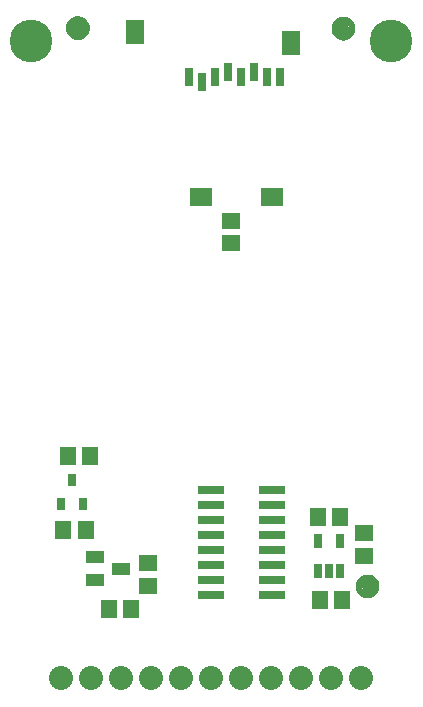
<source format=gbr>
G04 EAGLE Gerber RS-274X export*
G75*
%MOMM*%
%FSLAX34Y34*%
%LPD*%
%INSoldermask Top*%
%IPPOS*%
%AMOC8*
5,1,8,0,0,1.08239X$1,22.5*%
G01*
%ADD10C,1.101600*%
%ADD11C,0.500000*%
%ADD12C,3.617600*%
%ADD13R,1.341600X1.601600*%
%ADD14R,0.651600X1.301600*%
%ADD15R,2.301600X0.701600*%
%ADD16R,1.501600X2.001600*%
%ADD17R,1.901600X1.501600*%
%ADD18R,0.801600X1.601600*%
%ADD19R,1.601600X1.341600*%
%ADD20R,0.736600X1.117600*%
%ADD21C,2.032000*%
%ADD22R,1.501600X1.101600*%


D10*
X310020Y103070D03*
D11*
X310020Y110570D02*
X309839Y110568D01*
X309658Y110561D01*
X309477Y110550D01*
X309296Y110535D01*
X309116Y110515D01*
X308936Y110491D01*
X308757Y110463D01*
X308579Y110430D01*
X308402Y110393D01*
X308225Y110352D01*
X308050Y110307D01*
X307875Y110257D01*
X307702Y110203D01*
X307531Y110145D01*
X307360Y110083D01*
X307192Y110016D01*
X307025Y109946D01*
X306859Y109872D01*
X306696Y109793D01*
X306535Y109711D01*
X306375Y109625D01*
X306218Y109535D01*
X306063Y109441D01*
X305910Y109344D01*
X305760Y109242D01*
X305612Y109138D01*
X305466Y109029D01*
X305324Y108918D01*
X305184Y108802D01*
X305047Y108684D01*
X304912Y108562D01*
X304781Y108437D01*
X304653Y108309D01*
X304528Y108178D01*
X304406Y108043D01*
X304288Y107906D01*
X304172Y107766D01*
X304061Y107624D01*
X303952Y107478D01*
X303848Y107330D01*
X303746Y107180D01*
X303649Y107027D01*
X303555Y106872D01*
X303465Y106715D01*
X303379Y106555D01*
X303297Y106394D01*
X303218Y106231D01*
X303144Y106065D01*
X303074Y105898D01*
X303007Y105730D01*
X302945Y105559D01*
X302887Y105388D01*
X302833Y105215D01*
X302783Y105040D01*
X302738Y104865D01*
X302697Y104688D01*
X302660Y104511D01*
X302627Y104333D01*
X302599Y104154D01*
X302575Y103974D01*
X302555Y103794D01*
X302540Y103613D01*
X302529Y103432D01*
X302522Y103251D01*
X302520Y103070D01*
X310020Y110570D02*
X310201Y110568D01*
X310382Y110561D01*
X310563Y110550D01*
X310744Y110535D01*
X310924Y110515D01*
X311104Y110491D01*
X311283Y110463D01*
X311461Y110430D01*
X311638Y110393D01*
X311815Y110352D01*
X311990Y110307D01*
X312165Y110257D01*
X312338Y110203D01*
X312509Y110145D01*
X312680Y110083D01*
X312848Y110016D01*
X313015Y109946D01*
X313181Y109872D01*
X313344Y109793D01*
X313505Y109711D01*
X313665Y109625D01*
X313822Y109535D01*
X313977Y109441D01*
X314130Y109344D01*
X314280Y109242D01*
X314428Y109138D01*
X314574Y109029D01*
X314716Y108918D01*
X314856Y108802D01*
X314993Y108684D01*
X315128Y108562D01*
X315259Y108437D01*
X315387Y108309D01*
X315512Y108178D01*
X315634Y108043D01*
X315752Y107906D01*
X315868Y107766D01*
X315979Y107624D01*
X316088Y107478D01*
X316192Y107330D01*
X316294Y107180D01*
X316391Y107027D01*
X316485Y106872D01*
X316575Y106715D01*
X316661Y106555D01*
X316743Y106394D01*
X316822Y106231D01*
X316896Y106065D01*
X316966Y105898D01*
X317033Y105730D01*
X317095Y105559D01*
X317153Y105388D01*
X317207Y105215D01*
X317257Y105040D01*
X317302Y104865D01*
X317343Y104688D01*
X317380Y104511D01*
X317413Y104333D01*
X317441Y104154D01*
X317465Y103974D01*
X317485Y103794D01*
X317500Y103613D01*
X317511Y103432D01*
X317518Y103251D01*
X317520Y103070D01*
X317518Y102889D01*
X317511Y102708D01*
X317500Y102527D01*
X317485Y102346D01*
X317465Y102166D01*
X317441Y101986D01*
X317413Y101807D01*
X317380Y101629D01*
X317343Y101452D01*
X317302Y101275D01*
X317257Y101100D01*
X317207Y100925D01*
X317153Y100752D01*
X317095Y100581D01*
X317033Y100410D01*
X316966Y100242D01*
X316896Y100075D01*
X316822Y99909D01*
X316743Y99746D01*
X316661Y99585D01*
X316575Y99425D01*
X316485Y99268D01*
X316391Y99113D01*
X316294Y98960D01*
X316192Y98810D01*
X316088Y98662D01*
X315979Y98516D01*
X315868Y98374D01*
X315752Y98234D01*
X315634Y98097D01*
X315512Y97962D01*
X315387Y97831D01*
X315259Y97703D01*
X315128Y97578D01*
X314993Y97456D01*
X314856Y97338D01*
X314716Y97222D01*
X314574Y97111D01*
X314428Y97002D01*
X314280Y96898D01*
X314130Y96796D01*
X313977Y96699D01*
X313822Y96605D01*
X313665Y96515D01*
X313505Y96429D01*
X313344Y96347D01*
X313181Y96268D01*
X313015Y96194D01*
X312848Y96124D01*
X312680Y96057D01*
X312509Y95995D01*
X312338Y95937D01*
X312165Y95883D01*
X311990Y95833D01*
X311815Y95788D01*
X311638Y95747D01*
X311461Y95710D01*
X311283Y95677D01*
X311104Y95649D01*
X310924Y95625D01*
X310744Y95605D01*
X310563Y95590D01*
X310382Y95579D01*
X310201Y95572D01*
X310020Y95570D01*
X309839Y95572D01*
X309658Y95579D01*
X309477Y95590D01*
X309296Y95605D01*
X309116Y95625D01*
X308936Y95649D01*
X308757Y95677D01*
X308579Y95710D01*
X308402Y95747D01*
X308225Y95788D01*
X308050Y95833D01*
X307875Y95883D01*
X307702Y95937D01*
X307531Y95995D01*
X307360Y96057D01*
X307192Y96124D01*
X307025Y96194D01*
X306859Y96268D01*
X306696Y96347D01*
X306535Y96429D01*
X306375Y96515D01*
X306218Y96605D01*
X306063Y96699D01*
X305910Y96796D01*
X305760Y96898D01*
X305612Y97002D01*
X305466Y97111D01*
X305324Y97222D01*
X305184Y97338D01*
X305047Y97456D01*
X304912Y97578D01*
X304781Y97703D01*
X304653Y97831D01*
X304528Y97962D01*
X304406Y98097D01*
X304288Y98234D01*
X304172Y98374D01*
X304061Y98516D01*
X303952Y98662D01*
X303848Y98810D01*
X303746Y98960D01*
X303649Y99113D01*
X303555Y99268D01*
X303465Y99425D01*
X303379Y99585D01*
X303297Y99746D01*
X303218Y99909D01*
X303144Y100075D01*
X303074Y100242D01*
X303007Y100410D01*
X302945Y100581D01*
X302887Y100752D01*
X302833Y100925D01*
X302783Y101100D01*
X302738Y101275D01*
X302697Y101452D01*
X302660Y101629D01*
X302627Y101807D01*
X302599Y101986D01*
X302575Y102166D01*
X302555Y102346D01*
X302540Y102527D01*
X302529Y102708D01*
X302522Y102889D01*
X302520Y103070D01*
D10*
X64710Y575670D03*
D11*
X64710Y583170D02*
X64529Y583168D01*
X64348Y583161D01*
X64167Y583150D01*
X63986Y583135D01*
X63806Y583115D01*
X63626Y583091D01*
X63447Y583063D01*
X63269Y583030D01*
X63092Y582993D01*
X62915Y582952D01*
X62740Y582907D01*
X62565Y582857D01*
X62392Y582803D01*
X62221Y582745D01*
X62050Y582683D01*
X61882Y582616D01*
X61715Y582546D01*
X61549Y582472D01*
X61386Y582393D01*
X61225Y582311D01*
X61065Y582225D01*
X60908Y582135D01*
X60753Y582041D01*
X60600Y581944D01*
X60450Y581842D01*
X60302Y581738D01*
X60156Y581629D01*
X60014Y581518D01*
X59874Y581402D01*
X59737Y581284D01*
X59602Y581162D01*
X59471Y581037D01*
X59343Y580909D01*
X59218Y580778D01*
X59096Y580643D01*
X58978Y580506D01*
X58862Y580366D01*
X58751Y580224D01*
X58642Y580078D01*
X58538Y579930D01*
X58436Y579780D01*
X58339Y579627D01*
X58245Y579472D01*
X58155Y579315D01*
X58069Y579155D01*
X57987Y578994D01*
X57908Y578831D01*
X57834Y578665D01*
X57764Y578498D01*
X57697Y578330D01*
X57635Y578159D01*
X57577Y577988D01*
X57523Y577815D01*
X57473Y577640D01*
X57428Y577465D01*
X57387Y577288D01*
X57350Y577111D01*
X57317Y576933D01*
X57289Y576754D01*
X57265Y576574D01*
X57245Y576394D01*
X57230Y576213D01*
X57219Y576032D01*
X57212Y575851D01*
X57210Y575670D01*
X64710Y583170D02*
X64891Y583168D01*
X65072Y583161D01*
X65253Y583150D01*
X65434Y583135D01*
X65614Y583115D01*
X65794Y583091D01*
X65973Y583063D01*
X66151Y583030D01*
X66328Y582993D01*
X66505Y582952D01*
X66680Y582907D01*
X66855Y582857D01*
X67028Y582803D01*
X67199Y582745D01*
X67370Y582683D01*
X67538Y582616D01*
X67705Y582546D01*
X67871Y582472D01*
X68034Y582393D01*
X68195Y582311D01*
X68355Y582225D01*
X68512Y582135D01*
X68667Y582041D01*
X68820Y581944D01*
X68970Y581842D01*
X69118Y581738D01*
X69264Y581629D01*
X69406Y581518D01*
X69546Y581402D01*
X69683Y581284D01*
X69818Y581162D01*
X69949Y581037D01*
X70077Y580909D01*
X70202Y580778D01*
X70324Y580643D01*
X70442Y580506D01*
X70558Y580366D01*
X70669Y580224D01*
X70778Y580078D01*
X70882Y579930D01*
X70984Y579780D01*
X71081Y579627D01*
X71175Y579472D01*
X71265Y579315D01*
X71351Y579155D01*
X71433Y578994D01*
X71512Y578831D01*
X71586Y578665D01*
X71656Y578498D01*
X71723Y578330D01*
X71785Y578159D01*
X71843Y577988D01*
X71897Y577815D01*
X71947Y577640D01*
X71992Y577465D01*
X72033Y577288D01*
X72070Y577111D01*
X72103Y576933D01*
X72131Y576754D01*
X72155Y576574D01*
X72175Y576394D01*
X72190Y576213D01*
X72201Y576032D01*
X72208Y575851D01*
X72210Y575670D01*
X72208Y575489D01*
X72201Y575308D01*
X72190Y575127D01*
X72175Y574946D01*
X72155Y574766D01*
X72131Y574586D01*
X72103Y574407D01*
X72070Y574229D01*
X72033Y574052D01*
X71992Y573875D01*
X71947Y573700D01*
X71897Y573525D01*
X71843Y573352D01*
X71785Y573181D01*
X71723Y573010D01*
X71656Y572842D01*
X71586Y572675D01*
X71512Y572509D01*
X71433Y572346D01*
X71351Y572185D01*
X71265Y572025D01*
X71175Y571868D01*
X71081Y571713D01*
X70984Y571560D01*
X70882Y571410D01*
X70778Y571262D01*
X70669Y571116D01*
X70558Y570974D01*
X70442Y570834D01*
X70324Y570697D01*
X70202Y570562D01*
X70077Y570431D01*
X69949Y570303D01*
X69818Y570178D01*
X69683Y570056D01*
X69546Y569938D01*
X69406Y569822D01*
X69264Y569711D01*
X69118Y569602D01*
X68970Y569498D01*
X68820Y569396D01*
X68667Y569299D01*
X68512Y569205D01*
X68355Y569115D01*
X68195Y569029D01*
X68034Y568947D01*
X67871Y568868D01*
X67705Y568794D01*
X67538Y568724D01*
X67370Y568657D01*
X67199Y568595D01*
X67028Y568537D01*
X66855Y568483D01*
X66680Y568433D01*
X66505Y568388D01*
X66328Y568347D01*
X66151Y568310D01*
X65973Y568277D01*
X65794Y568249D01*
X65614Y568225D01*
X65434Y568205D01*
X65253Y568190D01*
X65072Y568179D01*
X64891Y568172D01*
X64710Y568170D01*
X64529Y568172D01*
X64348Y568179D01*
X64167Y568190D01*
X63986Y568205D01*
X63806Y568225D01*
X63626Y568249D01*
X63447Y568277D01*
X63269Y568310D01*
X63092Y568347D01*
X62915Y568388D01*
X62740Y568433D01*
X62565Y568483D01*
X62392Y568537D01*
X62221Y568595D01*
X62050Y568657D01*
X61882Y568724D01*
X61715Y568794D01*
X61549Y568868D01*
X61386Y568947D01*
X61225Y569029D01*
X61065Y569115D01*
X60908Y569205D01*
X60753Y569299D01*
X60600Y569396D01*
X60450Y569498D01*
X60302Y569602D01*
X60156Y569711D01*
X60014Y569822D01*
X59874Y569938D01*
X59737Y570056D01*
X59602Y570178D01*
X59471Y570303D01*
X59343Y570431D01*
X59218Y570562D01*
X59096Y570697D01*
X58978Y570834D01*
X58862Y570974D01*
X58751Y571116D01*
X58642Y571262D01*
X58538Y571410D01*
X58436Y571560D01*
X58339Y571713D01*
X58245Y571868D01*
X58155Y572025D01*
X58069Y572185D01*
X57987Y572346D01*
X57908Y572509D01*
X57834Y572675D01*
X57764Y572842D01*
X57697Y573010D01*
X57635Y573181D01*
X57577Y573352D01*
X57523Y573525D01*
X57473Y573700D01*
X57428Y573875D01*
X57387Y574052D01*
X57350Y574229D01*
X57317Y574407D01*
X57289Y574586D01*
X57265Y574766D01*
X57245Y574946D01*
X57230Y575127D01*
X57219Y575308D01*
X57212Y575489D01*
X57210Y575670D01*
D12*
X330200Y565150D03*
X25400Y565150D03*
D13*
X56000Y213520D03*
X75000Y213520D03*
D14*
X267820Y115839D03*
X277320Y115839D03*
X286820Y115839D03*
X286820Y141841D03*
X267820Y141841D03*
D13*
X288440Y91660D03*
X269440Y91660D03*
X268060Y162230D03*
X287060Y162230D03*
D15*
X229210Y108110D03*
X177210Y133510D03*
X229210Y95410D03*
X229210Y120810D03*
X229210Y133510D03*
X177210Y120810D03*
X177210Y146210D03*
X177210Y158910D03*
X229210Y158910D03*
X177210Y184310D03*
X229210Y146210D03*
X229210Y171610D03*
X177210Y171610D03*
X229210Y184310D03*
X177210Y108110D03*
X177210Y95410D03*
D16*
X244990Y563370D03*
X112990Y572370D03*
D17*
X228990Y432370D03*
X168990Y432370D03*
D18*
X235990Y534370D03*
X224990Y534370D03*
X213990Y538370D03*
X202990Y534370D03*
X191990Y538370D03*
X180990Y534370D03*
X169990Y530370D03*
X158990Y534370D03*
D19*
X194090Y412570D03*
X194090Y393570D03*
D13*
X52280Y151030D03*
X71280Y151030D03*
D10*
X289560Y575310D03*
D11*
X289560Y582810D02*
X289379Y582808D01*
X289198Y582801D01*
X289017Y582790D01*
X288836Y582775D01*
X288656Y582755D01*
X288476Y582731D01*
X288297Y582703D01*
X288119Y582670D01*
X287942Y582633D01*
X287765Y582592D01*
X287590Y582547D01*
X287415Y582497D01*
X287242Y582443D01*
X287071Y582385D01*
X286900Y582323D01*
X286732Y582256D01*
X286565Y582186D01*
X286399Y582112D01*
X286236Y582033D01*
X286075Y581951D01*
X285915Y581865D01*
X285758Y581775D01*
X285603Y581681D01*
X285450Y581584D01*
X285300Y581482D01*
X285152Y581378D01*
X285006Y581269D01*
X284864Y581158D01*
X284724Y581042D01*
X284587Y580924D01*
X284452Y580802D01*
X284321Y580677D01*
X284193Y580549D01*
X284068Y580418D01*
X283946Y580283D01*
X283828Y580146D01*
X283712Y580006D01*
X283601Y579864D01*
X283492Y579718D01*
X283388Y579570D01*
X283286Y579420D01*
X283189Y579267D01*
X283095Y579112D01*
X283005Y578955D01*
X282919Y578795D01*
X282837Y578634D01*
X282758Y578471D01*
X282684Y578305D01*
X282614Y578138D01*
X282547Y577970D01*
X282485Y577799D01*
X282427Y577628D01*
X282373Y577455D01*
X282323Y577280D01*
X282278Y577105D01*
X282237Y576928D01*
X282200Y576751D01*
X282167Y576573D01*
X282139Y576394D01*
X282115Y576214D01*
X282095Y576034D01*
X282080Y575853D01*
X282069Y575672D01*
X282062Y575491D01*
X282060Y575310D01*
X289560Y582810D02*
X289741Y582808D01*
X289922Y582801D01*
X290103Y582790D01*
X290284Y582775D01*
X290464Y582755D01*
X290644Y582731D01*
X290823Y582703D01*
X291001Y582670D01*
X291178Y582633D01*
X291355Y582592D01*
X291530Y582547D01*
X291705Y582497D01*
X291878Y582443D01*
X292049Y582385D01*
X292220Y582323D01*
X292388Y582256D01*
X292555Y582186D01*
X292721Y582112D01*
X292884Y582033D01*
X293045Y581951D01*
X293205Y581865D01*
X293362Y581775D01*
X293517Y581681D01*
X293670Y581584D01*
X293820Y581482D01*
X293968Y581378D01*
X294114Y581269D01*
X294256Y581158D01*
X294396Y581042D01*
X294533Y580924D01*
X294668Y580802D01*
X294799Y580677D01*
X294927Y580549D01*
X295052Y580418D01*
X295174Y580283D01*
X295292Y580146D01*
X295408Y580006D01*
X295519Y579864D01*
X295628Y579718D01*
X295732Y579570D01*
X295834Y579420D01*
X295931Y579267D01*
X296025Y579112D01*
X296115Y578955D01*
X296201Y578795D01*
X296283Y578634D01*
X296362Y578471D01*
X296436Y578305D01*
X296506Y578138D01*
X296573Y577970D01*
X296635Y577799D01*
X296693Y577628D01*
X296747Y577455D01*
X296797Y577280D01*
X296842Y577105D01*
X296883Y576928D01*
X296920Y576751D01*
X296953Y576573D01*
X296981Y576394D01*
X297005Y576214D01*
X297025Y576034D01*
X297040Y575853D01*
X297051Y575672D01*
X297058Y575491D01*
X297060Y575310D01*
X297058Y575129D01*
X297051Y574948D01*
X297040Y574767D01*
X297025Y574586D01*
X297005Y574406D01*
X296981Y574226D01*
X296953Y574047D01*
X296920Y573869D01*
X296883Y573692D01*
X296842Y573515D01*
X296797Y573340D01*
X296747Y573165D01*
X296693Y572992D01*
X296635Y572821D01*
X296573Y572650D01*
X296506Y572482D01*
X296436Y572315D01*
X296362Y572149D01*
X296283Y571986D01*
X296201Y571825D01*
X296115Y571665D01*
X296025Y571508D01*
X295931Y571353D01*
X295834Y571200D01*
X295732Y571050D01*
X295628Y570902D01*
X295519Y570756D01*
X295408Y570614D01*
X295292Y570474D01*
X295174Y570337D01*
X295052Y570202D01*
X294927Y570071D01*
X294799Y569943D01*
X294668Y569818D01*
X294533Y569696D01*
X294396Y569578D01*
X294256Y569462D01*
X294114Y569351D01*
X293968Y569242D01*
X293820Y569138D01*
X293670Y569036D01*
X293517Y568939D01*
X293362Y568845D01*
X293205Y568755D01*
X293045Y568669D01*
X292884Y568587D01*
X292721Y568508D01*
X292555Y568434D01*
X292388Y568364D01*
X292220Y568297D01*
X292049Y568235D01*
X291878Y568177D01*
X291705Y568123D01*
X291530Y568073D01*
X291355Y568028D01*
X291178Y567987D01*
X291001Y567950D01*
X290823Y567917D01*
X290644Y567889D01*
X290464Y567865D01*
X290284Y567845D01*
X290103Y567830D01*
X289922Y567819D01*
X289741Y567812D01*
X289560Y567810D01*
X289379Y567812D01*
X289198Y567819D01*
X289017Y567830D01*
X288836Y567845D01*
X288656Y567865D01*
X288476Y567889D01*
X288297Y567917D01*
X288119Y567950D01*
X287942Y567987D01*
X287765Y568028D01*
X287590Y568073D01*
X287415Y568123D01*
X287242Y568177D01*
X287071Y568235D01*
X286900Y568297D01*
X286732Y568364D01*
X286565Y568434D01*
X286399Y568508D01*
X286236Y568587D01*
X286075Y568669D01*
X285915Y568755D01*
X285758Y568845D01*
X285603Y568939D01*
X285450Y569036D01*
X285300Y569138D01*
X285152Y569242D01*
X285006Y569351D01*
X284864Y569462D01*
X284724Y569578D01*
X284587Y569696D01*
X284452Y569818D01*
X284321Y569943D01*
X284193Y570071D01*
X284068Y570202D01*
X283946Y570337D01*
X283828Y570474D01*
X283712Y570614D01*
X283601Y570756D01*
X283492Y570902D01*
X283388Y571050D01*
X283286Y571200D01*
X283189Y571353D01*
X283095Y571508D01*
X283005Y571665D01*
X282919Y571825D01*
X282837Y571986D01*
X282758Y572149D01*
X282684Y572315D01*
X282614Y572482D01*
X282547Y572650D01*
X282485Y572821D01*
X282427Y572992D01*
X282373Y573165D01*
X282323Y573340D01*
X282278Y573515D01*
X282237Y573692D01*
X282200Y573869D01*
X282167Y574047D01*
X282139Y574226D01*
X282115Y574406D01*
X282095Y574586D01*
X282080Y574767D01*
X282069Y574948D01*
X282062Y575129D01*
X282060Y575310D01*
D19*
X307340Y147930D03*
X307340Y128930D03*
X124460Y122530D03*
X124460Y103530D03*
D20*
X59690Y192880D03*
X69190Y172880D03*
X50190Y172880D03*
D21*
X50800Y25400D03*
X76200Y25400D03*
X101600Y25400D03*
X127000Y25400D03*
X152400Y25400D03*
X177800Y25400D03*
X203200Y25400D03*
X228600Y25400D03*
X254000Y25400D03*
X279400Y25400D03*
X304800Y25400D03*
D22*
X101170Y118110D03*
X79170Y108610D03*
X79170Y127610D03*
D13*
X90830Y83820D03*
X109830Y83820D03*
M02*

</source>
